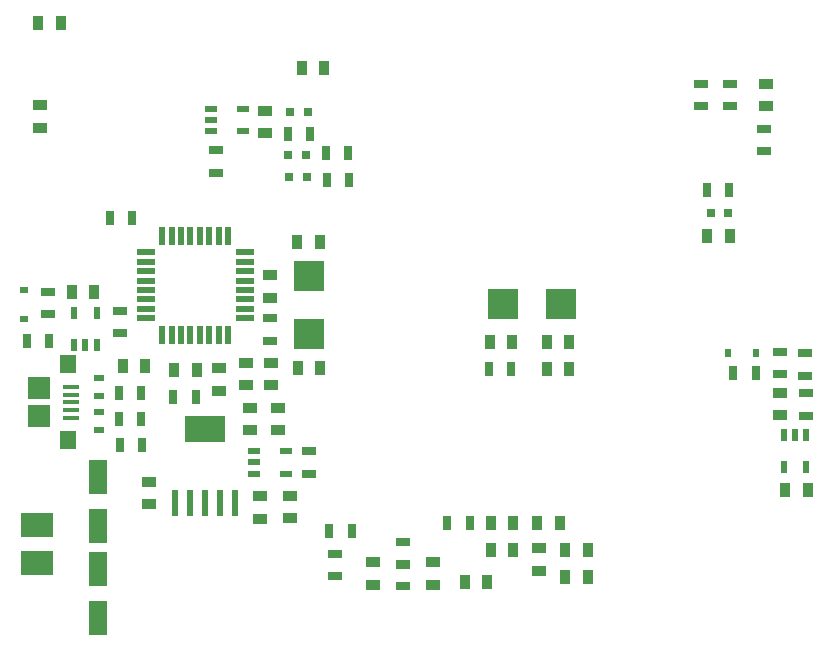
<source format=gtp>
G04*
G04 #@! TF.GenerationSoftware,Altium Limited,Altium Designer,19.0.15 (446)*
G04*
G04 Layer_Color=8421504*
%FSLAX44Y44*%
%MOMM*%
G71*
G01*
G75*
%ADD12R,1.3500X0.4000*%
%ADD13R,1.4000X1.6000*%
%ADD14R,1.9000X1.9000*%
%ADD15R,1.6000X3.0000*%
%ADD16R,3.5000X2.2000*%
%ADD17R,0.6000X2.2000*%
%ADD18R,1.0000X0.5500*%
%ADD19R,0.5500X1.0000*%
%ADD20R,1.3000X0.9000*%
%ADD21R,0.9000X1.3000*%
%ADD22R,0.5588X0.6858*%
%ADD23R,0.6858X0.5588*%
%ADD24R,2.6000X2.5000*%
%ADD25R,2.5000X2.6000*%
%ADD26R,0.8000X0.8000*%
%ADD27R,2.7000X2.0000*%
%ADD28R,0.5500X1.5000*%
%ADD29R,1.5000X0.5500*%
%ADD30R,1.3000X0.7000*%
%ADD31R,0.7000X1.3000*%
%ADD32R,0.9000X0.6000*%
D12*
X48745Y214000D02*
D03*
Y207500D02*
D03*
Y201000D02*
D03*
Y194500D02*
D03*
Y188000D02*
D03*
D13*
X46495Y233000D02*
D03*
Y169000D02*
D03*
D14*
X21995Y213000D02*
D03*
Y189000D02*
D03*
D15*
X72000Y96500D02*
D03*
Y137500D02*
D03*
Y18500D02*
D03*
Y59500D02*
D03*
D16*
X162000Y178000D02*
D03*
D17*
X187400Y116000D02*
D03*
X174700D02*
D03*
X162000D02*
D03*
X149300D02*
D03*
X136600D02*
D03*
D18*
X194500Y430500D02*
D03*
Y449500D02*
D03*
X167500Y430500D02*
D03*
Y440000D02*
D03*
Y449500D02*
D03*
X230500Y140500D02*
D03*
Y159500D02*
D03*
X203500Y140500D02*
D03*
Y150000D02*
D03*
Y159500D02*
D03*
D19*
X652500Y146000D02*
D03*
X671500D02*
D03*
X652500Y172999D02*
D03*
X662000D02*
D03*
X671500D02*
D03*
X70500Y276500D02*
D03*
X51500D02*
D03*
X70500Y249500D02*
D03*
X61000D02*
D03*
X51500D02*
D03*
D20*
X200500Y196500D02*
D03*
Y177500D02*
D03*
X445000Y77500D02*
D03*
Y58500D02*
D03*
X197000Y215500D02*
D03*
Y234500D02*
D03*
X115000Y133500D02*
D03*
Y114500D02*
D03*
X209000Y121500D02*
D03*
Y102500D02*
D03*
X218000Y215500D02*
D03*
Y234500D02*
D03*
X217000Y308500D02*
D03*
Y289500D02*
D03*
X174402Y229876D02*
D03*
Y210876D02*
D03*
X23000Y433500D02*
D03*
Y452500D02*
D03*
X637001Y470500D02*
D03*
Y451500D02*
D03*
X304800Y46500D02*
D03*
Y65500D02*
D03*
X355600Y46500D02*
D03*
Y65500D02*
D03*
X213360Y447880D02*
D03*
Y428880D02*
D03*
X224000Y177500D02*
D03*
Y196500D02*
D03*
X648750Y209000D02*
D03*
Y190000D02*
D03*
X234160Y102714D02*
D03*
Y121713D02*
D03*
D21*
X486500Y53000D02*
D03*
X467500D02*
D03*
X155450Y227970D02*
D03*
X136450D02*
D03*
X606500Y342000D02*
D03*
X587500D02*
D03*
X467500Y76200D02*
D03*
X486500D02*
D03*
X263500Y484000D02*
D03*
X244500D02*
D03*
X404500Y76200D02*
D03*
X423500D02*
D03*
X241000Y230000D02*
D03*
X260000D02*
D03*
X240500Y337000D02*
D03*
X259500D02*
D03*
X21000Y522000D02*
D03*
X40000D02*
D03*
X382500Y49000D02*
D03*
X401500D02*
D03*
X470500Y229000D02*
D03*
X451500D02*
D03*
X423500Y99000D02*
D03*
X404500D02*
D03*
X443500D02*
D03*
X462500D02*
D03*
X451500Y252000D02*
D03*
X470500D02*
D03*
X422500D02*
D03*
X403500D02*
D03*
X653500Y127000D02*
D03*
X672500D02*
D03*
X49500Y294000D02*
D03*
X68500D02*
D03*
X92500Y232000D02*
D03*
X111500D02*
D03*
D22*
X604808Y243000D02*
D03*
X629192D02*
D03*
D23*
X9000Y296192D02*
D03*
Y271808D02*
D03*
D24*
X250000Y307500D02*
D03*
Y258500D02*
D03*
D25*
X414500Y284000D02*
D03*
X463500D02*
D03*
D26*
X247500Y410000D02*
D03*
X232500D02*
D03*
X248500Y392000D02*
D03*
X233500D02*
D03*
X234524Y446660D02*
D03*
X249523D02*
D03*
X605500Y361000D02*
D03*
X590500D02*
D03*
D27*
X20000Y65000D02*
D03*
Y97000D02*
D03*
D28*
X182000Y258000D02*
D03*
X174000D02*
D03*
X166000D02*
D03*
X158000D02*
D03*
X150000D02*
D03*
X142000D02*
D03*
X134000D02*
D03*
X126000D02*
D03*
Y342000D02*
D03*
X134000D02*
D03*
X142000D02*
D03*
X150000D02*
D03*
X158000D02*
D03*
X166000D02*
D03*
X174000D02*
D03*
X182000D02*
D03*
D29*
X112000Y272000D02*
D03*
Y280000D02*
D03*
Y288000D02*
D03*
Y296000D02*
D03*
Y304000D02*
D03*
Y312000D02*
D03*
Y320000D02*
D03*
Y328000D02*
D03*
X196000D02*
D03*
Y320000D02*
D03*
Y312000D02*
D03*
Y304000D02*
D03*
Y296000D02*
D03*
Y288000D02*
D03*
Y280000D02*
D03*
Y272000D02*
D03*
D30*
X172000Y395200D02*
D03*
Y414200D02*
D03*
X90040Y259500D02*
D03*
Y278500D02*
D03*
X217000Y272000D02*
D03*
Y253000D02*
D03*
X607000Y451500D02*
D03*
Y470500D02*
D03*
X582000Y451500D02*
D03*
Y470500D02*
D03*
X636000Y413500D02*
D03*
Y432500D02*
D03*
X330000Y82500D02*
D03*
Y63500D02*
D03*
Y64000D02*
D03*
Y45000D02*
D03*
X671000Y189500D02*
D03*
Y208500D02*
D03*
X670000Y242500D02*
D03*
Y223500D02*
D03*
X272000Y72500D02*
D03*
Y53500D02*
D03*
X29000Y275500D02*
D03*
Y294500D02*
D03*
X250000Y140500D02*
D03*
Y159500D02*
D03*
X649000Y243500D02*
D03*
Y224500D02*
D03*
D31*
X264500Y412000D02*
D03*
X283500D02*
D03*
X265500Y389000D02*
D03*
X284500D02*
D03*
X135500Y205000D02*
D03*
X154500D02*
D03*
X100500Y357000D02*
D03*
X81500D02*
D03*
X89500Y209000D02*
D03*
X108500D02*
D03*
X89500Y187000D02*
D03*
X108500D02*
D03*
X109000Y165000D02*
D03*
X90000D02*
D03*
X386500Y99000D02*
D03*
X367500D02*
D03*
X609500Y226000D02*
D03*
X628500D02*
D03*
X402500Y229000D02*
D03*
X421500D02*
D03*
X232523Y428000D02*
D03*
X251523D02*
D03*
X606000Y381000D02*
D03*
X587000D02*
D03*
X286500Y92000D02*
D03*
X267500D02*
D03*
X11500Y253000D02*
D03*
X30500D02*
D03*
D32*
X73000Y206500D02*
D03*
Y221500D02*
D03*
Y192500D02*
D03*
Y177500D02*
D03*
M02*

</source>
